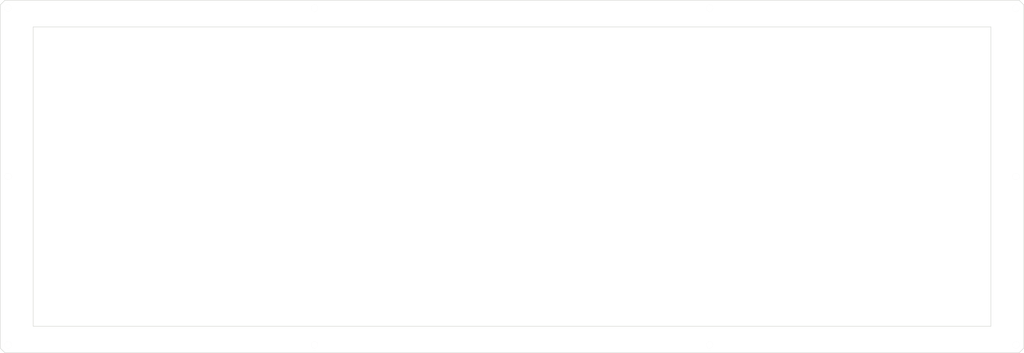
<source format=kicad_pcb>
(kicad_pcb (version 20211014) (generator pcbnew)
  (layers (0 "F.Cu" signal) (31 "B.Cu" signal) (34 "B.Paste" user) (35 "F.Paste" user) (36 "B.SilkS" user "B.Silkscreen") (37 "F.SilkS" user "F.Silkscreen") (38 "B.Mask" user) (39 "F.Mask" user) (44 "Edge.Cuts" user))
  (net 0 "")
  (footprint "kbd_Hole:m2_Screw_Hole_EdgeCuts" (layer "F.Cu") (at 11.075 13.05)
    (fp_text reference "J8" hide)
    (fp_text value "Conn_01x01" hide)
    (fp_circle (center 0 0) (end 1.1 0) (layer "Edge.Cuts") (width 0.01) (fill none))
  )
  (footprint "kbd_Hole:m2_Screw_Hole_EdgeCuts" (layer "F.Cu") (at 11.075 66.65)
    (fp_text reference "J9" hide)
    (fp_text value "Conn_01x01" hide)
    (fp_circle (center 0 0) (end 1.1 0) (layer "Edge.Cuts") (width 0.01) (fill none))
  )
  (footprint "kbd_Hole:m2_Screw_Hole_EdgeCuts" (layer "F.Cu") (at 11.075 120.25)
    (fp_text reference "J10" hide)
    (fp_text value "Conn_01x01" hide)
    (fp_circle (center 0 0) (end 1.1 0) (layer "Edge.Cuts") (width 0.01) (fill none))
  )
  (footprint "kbd_Hole:m2_Screw_Hole_EdgeCuts" (layer "F.Cu") (at 108.575 13.05)
    (fp_text reference "J11" hide)
    (fp_text value "Conn_01x01" hide)
    (fp_circle (center 0 0) (end 1.1 0) (layer "Edge.Cuts") (width 0.01) (fill none))
  )
  (footprint "kbd_Hole:m2_Screw_Hole_EdgeCuts" (layer "F.Cu") (at 234.325 13.05)
    (fp_text reference "J12" hide)
    (fp_text value "Conn_01x01" hide)
    (fp_circle (center 0 0) (end 1.1 0) (layer "Edge.Cuts") (width 0.01) (fill none))
  )
  (footprint "kbd_Hole:m2_Screw_Hole_EdgeCuts" (layer "F.Cu") (at 108.575 120.25)
    (fp_text reference "J13" hide)
    (fp_text value "Conn_01x01" hide)
    (fp_circle (center 0 0) (end 1.1 0) (layer "Edge.Cuts") (width 0.01) (fill none))
  )
  (footprint "kbd_Hole:m2_Screw_Hole_EdgeCuts" (layer "F.Cu") (at 234.325 120.25)
    (fp_text reference "J14" hide)
    (fp_text value "Conn_01x01" hide)
    (fp_circle (center 0 0) (end 1.1 0) (layer "Edge.Cuts") (width 0.01) (fill none))
  )
  (footprint "kbd_Hole:m2_Screw_Hole_EdgeCuts" (layer "F.Cu") (at 331.825 13.05)
    (fp_text reference "J15" hide)
    (fp_text value "Conn_01x01" hide)
    (fp_circle (center 0 0) (end 1.1 0) (layer "Edge.Cuts") (width 0.01) (fill none))
  )
  (footprint "kbd_Hole:m2_Screw_Hole_EdgeCuts" (layer "F.Cu") (at 331.825 66.65)
    (fp_text reference "J16" hide)
    (fp_text value "Conn_01x01" hide)
    (fp_circle (center 0 0) (end 1.1 0) (layer "Edge.Cuts") (width 0.01) (fill none))
  )
  (footprint "kbd_Hole:m2_Screw_Hole_EdgeCuts" (layer "F.Cu") (at 331.825 120.25)
    (fp_text reference "J17" hide)
    (fp_text value "Conn_01x01" hide)
    (fp_circle (center 0 0) (end 1.1 0) (layer "Edge.Cuts") (width 0.01) (fill none))
  )
  (gr_line (start 8.575 12.05) (end 10.075 10.55) (layer "Edge.Cuts") (width 0.15))
  (gr_line (start 334.325 12.05) (end 332.825 10.55) (layer "Edge.Cuts") (width 0.15))
  (gr_line (start 10.075 122.75) (end 8.575 121.25) (layer "Edge.Cuts") (width 0.15))
  (gr_line (start 332.825 122.75) (end 334.325 121.25) (layer "Edge.Cuts") (width 0.15))
  (gr_line (start 19.05 19.05) (end 19.05 114.3) (layer "Edge.Cuts") (width 0.15))
  (gr_line (start 332.825 10.55) (end 10.075 10.55) (layer "Edge.Cuts") (width 0.15))
  (gr_line (start 19.05 114.3) (end 323.85 114.3) (layer "Edge.Cuts") (width 0.15))
  (gr_line (start 8.575 12.05) (end 8.575 121.25) (layer "Edge.Cuts") (width 0.15))
  (gr_line (start 10.075 122.75) (end 332.825 122.75) (layer "Edge.Cuts") (width 0.15))
  (gr_line (start 323.85 114.3) (end 323.85 19.05) (layer "Edge.Cuts") (width 0.15))
  (gr_line (start 334.325 121.25) (end 334.325 12.05) (layer "Edge.Cuts") (width 0.15))
  (gr_line (start 323.85 19.05) (end 19.05 19.05) (layer "Edge.Cuts") (width 0.15))
)
</source>
